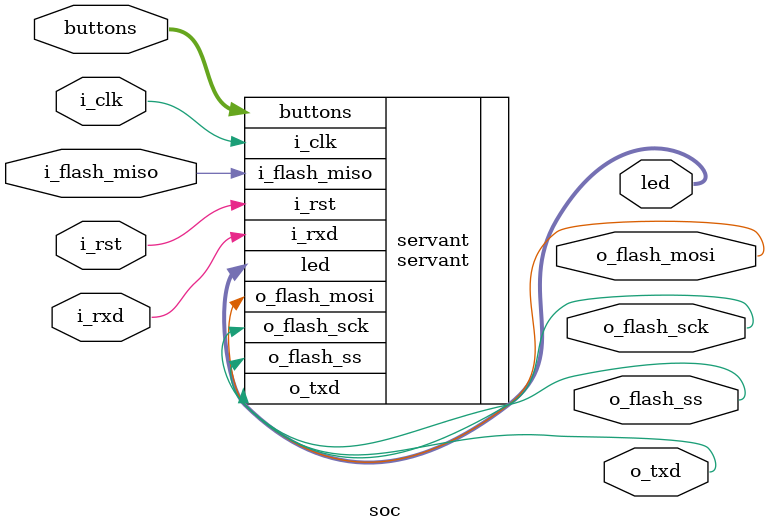
<source format=v>
`default_nettype none
module soc #(
	parameter HFOSC = "0b10", // "0b00" = 48 MHz, "0b01" = 24 MHz, "0b10" = 12 MHz, "0b11" = 6 MHz
	parameter memfile = "firmware/exe.hex",
    parameter memsize =  2048,
    parameter pClockFrequency = 12000000, // 12 MHz
    parameter pBaudRate = 3000000, // 3 MHz
    parameter UART_QUEUE = 8
)
(
    input wire  i_clk, i_rst,
    input wire i_rxd,
    output wire [3:0] led,
	input  wire [2:0] buttons,
    output wire o_txd,
    // SPI slave interface
    input  wire i_flash_miso,
    output wire o_flash_sck,
    output wire o_flash_ss,
    output wire o_flash_mosi
);	

	
//////////////////////////////////////////////////////////////////////////////////////
//   ____  _____ ______     ___    _   _ _____                                      //
//  / ___|| ____|  _ \ \   / / \  | \ | |_   _|                                     //
//  \___ \|  _| | |_) \ \ / / _ \ |  \| | | |                                       //
//   ___) | |___|  _ < \ V / ___ \| |\  | | |                                       //
//  |____/|_____|_| \_\ \_/_/   \_\_| \_| |_|                                       //
//   ____  _____ ______     __  ____  ___ ____   ______     __  ____         ____   //
//  / ___|| ____|  _ \ \   / / |  _ \|_ _/ ___| / ___\ \   / / / ___|  ___  / ___|  //
//  \___ \|  _| | |_) \ \ / /  | |_) || |\___ \| |    \ \ / /  \___ \ / _ \| |      //
//   ___) | |___|  _ < \ V /   |  _ < | | ___) | |___  \ V /    ___) | (_) | |___   //
//  |____/|_____|_| \_\ \_/    |_| \_\___|____/ \____|  \_/    |____/ \___/ \____|  //
//                                                                                  //
//////////////////////////////////////////////////////////////////////////////////////

    servant #(
        .memfile (memfile),
        .memsize (memsize),
        .pClockFrequency (pClockFrequency),
        .pBaudRate (pBaudRate),
        .UART_QUEUE (UART_QUEUE),
        .HFOSC (HFOSC)
    )
    servant(
        .i_clk(i_clk),
        .i_rst(i_rst),
        .led      (led),
        .buttons(buttons),
        .i_rxd   (i_rxd),
        .o_txd   (o_txd),
        // SPI slave interface
        .i_flash_miso (i_flash_miso),
        .o_flash_sck  (o_flash_sck),
        .o_flash_ss   (o_flash_ss),
        .o_flash_mosi (o_flash_mosi)
        );

	//  The following function calculates the address width based on specified RAM depth
	function integer clogb2;
	  input integer depth;
		for (clogb2=0; depth>0; clogb2=clogb2+1)
		  depth = depth >> 1;
	endfunction   

endmodule
</source>
